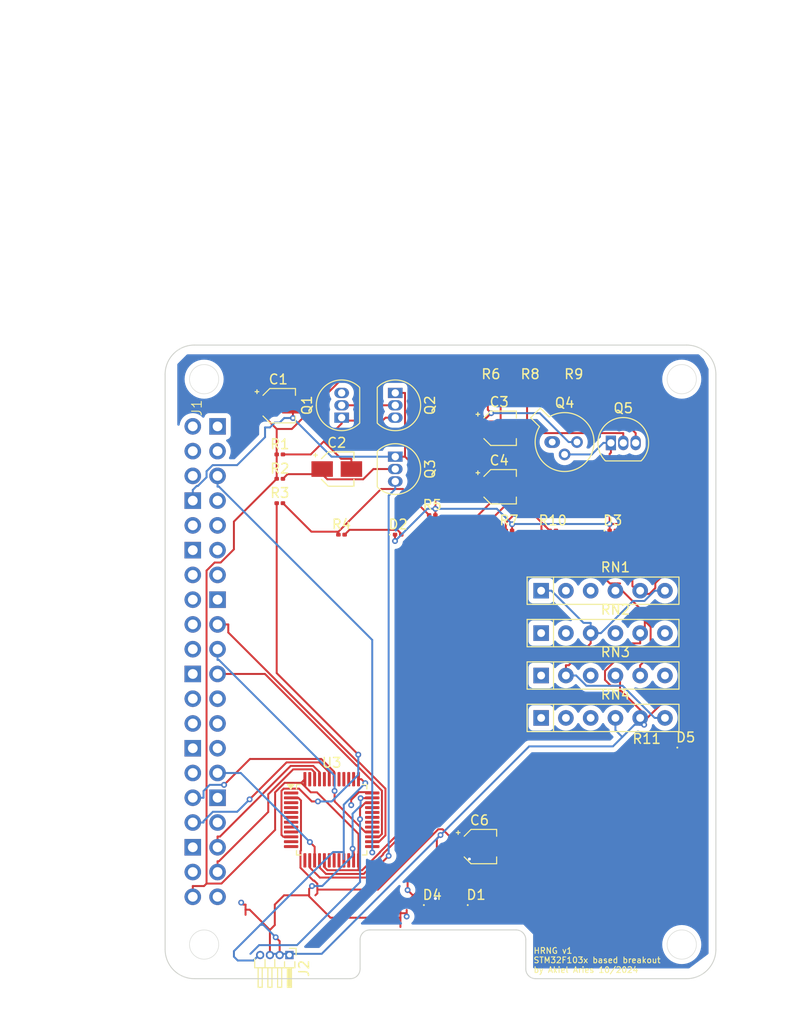
<source format=kicad_pcb>
(kicad_pcb (version 20240108) (generator "pcbnew") (generator_version "8.0")
  (layers (0 "F.Cu" signal) (31 "B.Cu" signal) (34 "B.Paste" user) (35 "F.Paste" user) (36 "B.SilkS" user "B.Silkscreen") (37 "F.SilkS" user "F.Silkscreen") (38 "B.Mask" user) (39 "F.Mask" user) (44 "Edge.Cuts" user))
  (net 0 "")
  (net 1 "Net-(Q3-B)")
  (net 2 "Net-(Q1-E)")
  (net 3 "Net-(Q5-B)")
  (net 4 "Net-(Q4-C)")
  (net 5 "WN OUT")
  (net 6 "Net-(Q5-C)")
  (net 7 "Net-(D1-A)")
  (net 8 "Net-(D2-A)")
  (net 9 "Net-(D3-A)")
  (net 11 "Net-(Q1-B)")
  (net 12 "AN LED")
  (net 14 "AN OUT")
  (net 20 "RNG MUX")
  (net 25 "Net-(J1-BCM11_SCLK)")
  (net 26 "STRM SPI(MISO)")
  (net 29 "STRM SPI(MOSI)")
  (net 31 "CS")
  (net 38 "STREAM A")
  (net 42 "INTRPT?")
  (net 47 "STRM I2C(CLK)")
  (net 51 "STRM I2C(DT)")
  (net 78 "5V")
  (net 79 "GND")
  (net 80 "WN LED")
  (net 81 "3v3")
  (net 82 "Net-(D5-A)")
  (net 83 "SWDCLK")
  (net 84 "SWDIO")
  (net 85 "JN LED")
  (net 88 "JN OUT")
  (footprint "Resistor_SMD:R_0201_0603Metric" (layer "F.Cu") (at 151.515 74.27)
    (property "Reference" "R2")
    (property "Value" "1m")
  )
  (footprint "LED_SMD:LED_0201_0603Metric" (layer "F.Cu") (at 163.655 80)
    (property "Reference" "D2")
    (property "Value" "CLEAR(TX)")
  )
  (footprint "Resistor_THT:R_Array_SIP6" (layer "F.Cu") (at 178.325 90.1)
    (property "Reference" "RN2")
    (property "Value" "930")
  )
  (footprint "Resistor_SMD:R_0201_0603Metric" (layer "F.Cu") (at 151.515 71.77)
    (property "Reference" "R1")
    (property "Value" "4.7k")
  )
  (footprint "Resistor_THT:R_Array_SIP6" (layer "F.Cu") (at 178.325 94.45)
    (property "Reference" "RN3")
    (property "Value" "930")
  )
  (footprint "Connector_PinHeader_1.00mm:PinHeader_1x04_P1.00mm_Horizontal" (layer "F.Cu") (at 152.5 123.125 -90)
    (property "Reference" "J2")
    (property "Value" "Conn_01x04_MountingPin")
  )
  (footprint "Capacitor_SMD:CP_Elec_3x5.3" (layer "F.Cu") (at 172 112)
    (property "Reference" "C6")
    (property "Value" "2.2uF")
  )
  (footprint "LED_SMD:LED_0201_0603Metric" (layer "F.Cu") (at 193.155 101.845)
    (property "Reference" "D5")
    (property "Value" "CLEAR(TX)")
  )
  (footprint "Capacitor_SMD:CP_Elec_3x5.3" (layer "F.Cu") (at 174.021 75.0868)
    (property "Reference" "C4")
    (property "Value" "2.2uF")
  )
  (footprint "Package_TO_SOT_THT:TO-92_Inline" (layer "F.Cu") (at 163.36 65.46 -90)
    (property "Reference" "Q2")
    (property "Value" "2N3904")
  )
  (footprint "LED_SMD:LED_0201_0603Metric" (layer "F.Cu") (at 185.671 79.5868)
    (property "Reference" "D3")
    (property "Value" "CLEAR(TX)")
  )
  (footprint "Package_TO_SOT_THT:TO-92_Inline" (layer "F.Cu") (at 185.481 70.5868)
    (property "Reference" "Q5")
    (property "Value" "2N3904")
  )
  (footprint "Resistor_SMD:R_0201_0603Metric" (layer "F.Cu") (at 179.521 79.5868)
    (property "Reference" "R10")
    (property "Value" "110")
  )
  (footprint "Resistor_SMD:R_0201_0603Metric" (layer "F.Cu") (at 181.676 64.5868)
    (property "Reference" "R9")
    (property "Value" "4.7k")
  )
  (footprint "Package_QFP:LQFP-48_7x7mm_P0.5mm" (layer "F.Cu") (at 156.8375 109.25)
    (property "Reference" "U3")
    (property "Value" "STM32F103C8Tx")
  )
  (footprint "Package_TO_SOT_THT:TO-92_Inline" (layer "F.Cu") (at 163.36 72 -90)
    (property "Reference" "Q3")
    (property "Value" "2N3904")
  )
  (footprint "Resistor_THT:R_Array_SIP6" (layer "F.Cu") (at 178.325 98.8)
    (property "Reference" "RN4")
    (property "Value" "930")
  )
  (footprint "LED_SMD:LED_0201_0603Metric" (layer "F.Cu") (at 171.655 118)
    (property "Reference" "D1")
    (property "Value" "BLU (FW ON)")
  )
  (footprint "Resistor_SMD:R_0201_0603Metric" (layer "F.Cu") (at 157.845 80)
    (property "Reference" "R4")
    (property "Value" "110")
  )
  (footprint "RPI_Hat:RPI_Hat_B+" (layer "F.Cu") (at 143.75 93.05 90)
    (property "Reference" "J1")
    (property "Value" "RPi_GPIO")
    (fp_line (start -29.5 -4) (end 29.5 -4) (stroke (width 0.1)) (layer "Edge.Cuts"))
    (fp_line (start 32.5 -1) (end 32.5 49.5) (stroke (width 0.1)) (layer "Edge.Cuts"))
    (fp_line (start -32.5 -1) (end -32.5 15) (stroke (width 0.1)) (layer "Edge.Cuts"))
    (fp_line (start -31.5 16) (end -28.5 16) (stroke (width 0.1)) (layer "Edge.Cuts"))
    (fp_line (start -27.5 17) (end -27.5 32) (stroke (width 0.1)) (layer "Edge.Cuts"))
    (fp_line (start -31.5 33) (end -28.5 33) (stroke (width 0.1)) (layer "Edge.Cuts"))
    (fp_line (start -32.5 34) (end -32.5 49.5) (stroke (width 0.1)) (layer "Edge.Cuts"))
    (fp_line (start -29.5 52.5) (end 29.5 52.5) (stroke (width 0.1)) (layer "Edge.Cuts"))
    (fp_arc (start 29.5 -4) (mid 31.62132 -3.12132) (end 32.5 -1) (stroke (width 0.1)) (layer "Edge.Cuts"))
    (fp_arc (start -32.5 -1) (mid -31.62132 -3.12132) (end -29.5 -4) (stroke (width 0.1)) (layer "Edge.Cuts"))
    (fp_arc (start -28.5 16) (mid -27.792893 16.292893) (end -27.5 17) (stroke (width 0.1)) (layer "Edge.Cuts"))
    (fp_arc (start -31.5 16) (mid -32.207107 15.707107) (end -32.5 15) (stroke (width 0.1)) (layer "Edge.Cuts"))
    (fp_arc (start -27.5 32) (mid -27.792893 32.707107) (end -28.5 33) (stroke (width 0.1)) (layer "Edge.Cuts"))
    (fp_arc (start -32.5 34) (mid -32.207107 33.292893) (end -31.5 33) (stroke (width 0.1)) (layer "Edge.Cuts"))
    (fp_arc (start 32.5 49.5) (mid 31.62132 51.62132) (end 29.5 52.5) (stroke (width 0.1)) (layer "Edge.Cuts"))
    (fp_arc (start -29.5 52.5) (mid -31.62132 51.62132) (end -32.5 49.5) (stroke (width 0.1)) (layer "Edge.Cuts"))
    (fp_circle (center 29 0) (end 30.500001 -0.000001) (stroke (width 0.05)) (fill none) (layer "Edge.Cuts"))
    (fp_circle (center -29 0) (end -30.500001 -0.000001) (stroke (width 0.05)) (fill none) (layer "Edge.Cuts"))
    (fp_circle (center 29 49) (end 30.500001 49.000001) (stroke (width 0.05)) (fill none) (layer "Edge.Cuts"))
    (fp_circle (center -29 49) (end -30.500001 49.000001) (stroke (width 0.05)) (fill none) (layer "Edge.Cuts"))
  )
  (footprint "Resistor_SMD:R_0201_0603Metric" (layer "F.Cu") (at 173.176 64.5868)
    (property "Reference" "R6")
    (property "Value" "33k")
  )
  (footprint "Capacitor_SMD:CP_Elec_3x5.3" (layer "F.Cu") (at 151.36 66.77)
    (property "Reference" "C1")
    (property "Value" "10uF")
  )
  (footprint "Resistor_SMD:R_0201_0603Metric" (layer "F.Cu") (at 167.155 78)
    (property "Reference" "R5")
    (property "Value" "4.7k")
  )
  (footprint "Resistor_SMD:R_0201_0603Metric" (layer "F.Cu") (at 151.515 76.77)
    (property "Reference" "R3")
    (property "Value" "10k")
  )
  (footprint "Package_TO_SOT_THT:TO-18-3" (layer "F.Cu") (at 179.46 70.5)
    (property "Reference" "Q4")
    (property "Value" "BC107")
  )
  (footprint "Package_TO_SOT_THT:TO-92_Inline" (layer "F.Cu") (at 157.86 68 90)
    (property "Reference" "Q1")
    (property "Value" "2N3904")
  )
  (footprint "Capacitor_SMD:CP_Elec_3x5.3" (layer "F.Cu") (at 174.021 69.0868)
    (property "Reference" "C3")
    (property "Value" "100nF")
  )
  (footprint "Resistor_SMD:R_0201_0603Metric" (layer "F.Cu") (at 177.201 64.5868)
    (property "Reference" "R8")
    (property "Value" "470k")
  )
  (footprint "LED_SMD:LED_0201_0603Metric" (layer "F.Cu") (at 167.155 118)
    (property "Reference" "D4")
    (property "Value" "GREEN (ON)")
  )
  (footprint "Resistor_SMD:R_0201_0603Metric" (layer "F.Cu") (at 175.021 79.5868)
    (property "Reference" "R7")
    (property "Value" "4.7k")
  )
  (footprint "Capacitor_SMD:CP_Elec_3x5.3" (layer "F.Cu") (at 157.36 73.27)
    (property "Reference" "C2")
    (property "Value" "0.1uF")
  )
  (footprint "Resistor_SMD:R_0201_0603Metric" (layer "F.Cu") (at 189.155 102)
    (property "Reference" "R11")
    (property "Value" "110")
  )
  (footprint "Resistor_THT:R_Array_SIP6" (layer "F.Cu") (at 178.325 85.75)
    (property "Reference" "RN1")
    (property "Value" "930")
  )
  (gr_text "HRNG v1 \nSTM32F103x based breakout\n" (at 177.5 124 0) (layer "F.SilkS") (effects (font (size 0.6 0.6) (thickness 0.1)) (justify left bottom)))
  (gr_text "by Akiel Aries 10/2024" (at 177.5 125 0) (layer "F.SilkS") (effects (font (size 0.6 0.6) (thickness 0.1)) (justify left bottom)))
  (segment (start 161.116 73.27) (end 160.064 74.3217) (width 0.2) (layer "F.Cu") (net 1))
  (segment (start 163.36 73.27) (end 161.116 73.27) (width 0.2) (layer "F.Cu") (net 1))
  (segment (start 155.86 73.7958) (end 152.309 73.7958) (width 0.2) (layer "F.Cu") (net 1))
  (segment (start 160.064 74.3217) (end 156.386 74.3217) (width 0.2) (layer "F.Cu") (net 1))
  (segment (start 152.309 73.7958) (end 151.835 74.27) (width 0.2) (layer "F.Cu") (net 1))
  (segment (start 156.386 74.3217) (end 155.86 73.7958) (width 0.2) (layer "F.Cu") (net 1))
  (segment (start 155.86 73.27) (end 155.86 73.7958) (width 0.2) (layer "F.Cu") (net 1))
  (segment (start 156.025 70.4349) (end 157.808 72.2183) (width 0.2) (layer "F.Cu") (net 2))
  (segment (start 157.86 68.5998) (end 156.025 70.4349) (width 0.2) (layer "F.Cu") (net 2))
  (segment (start 156.025 70.4349) (end 154.69 71.77) (width 0.2) (layer "F.Cu") (net 2))
  (segment (start 162.058 68.2999) (end 157.86 68.2999) (width 0.2) (layer "F.Cu") (net 2))
  (segment (start 157.86 68) (end 157.86 68.2999) (width 0.2) (layer "F.Cu") (net 2))
  (segment (start 163.36 68) (end 162.358 68) (width 0.2) (layer "F.Cu") (net 2))
  (segment (start 157.808 72.2183) (end 158.86 72.2183) (width 0.2) (layer "F.Cu") (net 2))
  (segment (start 162.358 68) (end 162.058 68.2999) (width 0.2) (layer "F.Cu") (net 2))
  (segment (start 154.69 71.77) (end 151.835 71.77) (width 0.2) (layer "F.Cu") (net 2))
  (segment (start 157.86 68.2999) (end 157.86 68.5998) (width 0.2) (layer "F.Cu") (net 2))
  (segment (start 158.86 72.2183) (end 158.86 73.27) (width 0.2) (layer "F.Cu") (net 2))
  (segment (start 176.197 69.0868) (end 176.881 68.4027) (width 0.2) (layer "F.Cu") (net 3))
  (segment (start 176.881 68.4027) (end 176.881 64.5868) (width 0.2) (layer "F.Cu") (net 3))
  (segment (start 186.751 70.5868) (end 186.751 69.5851) (width 0.2) (layer "F.Cu") (net 3))
  (segment (start 178.063 69.5851) (end 176.881 68.4027) (width 0.2) (layer "F.Cu") (net 3))
  (segment (start 186.751 69.5851) (end 178.063 69.5851) (width 0.2) (layer "F.Cu") (net 3))
  (segment (start 175.521 69.0868) (end 176.197 69.0868) (width 0.2) (layer "F.Cu") (net 3))
  (segment (start 172.856 67.192) (end 172.856 64.5868) (width 0.2) (layer "F.Cu") (net 4))
  (segment (start 173.199 67.5352) (end 172.856 67.192) (width 0.2) (layer "F.Cu") (net 4))
  (segment (start 172.699 68.0351) (end 172.521 68.0351) (width 0.2) (layer "F.Cu") (net 4))
  (segment (start 173.199 67.5352) (end 172.699 68.0351) (width 0.2) (layer "F.Cu") (net 4))
  (segment (start 172.521 68.0351) (end 172.521 69.0868) (width 0.2) (layer "F.Cu") (net 4))
  (via (at 173.199 67.5352) (size 0.6) (drill 0.3) (layers "F.Cu" "B.Cu") (net 4))
  (segment (start 178.184 67.5352) (end 173.199 67.5352) (width 0.2) (layer "B.Cu") (net 4))
  (segment (start 182 70.5) (end 181.148 70.5) (width 0.2) (layer "B.Cu") (net 4))
  (segment (start 181.148 70.5) (end 178.184 67.5352) (width 0.2) (layer "B.Cu") (net 4))
  (segment (start 155.588 113.446) (end 155.588 113.435) (width 0.2) (layer "F.Cu") (net 5))
  (segment (start 162.128 112.722) (end 162.128 112.798) (width 0.2) (layer "F.Cu") (net 5))
  (segment (start 155.588 113.458) (end 155.588 113.446) (width 0.2) (layer "F.Cu") (net 5))
  (segment (start 155.588 113.421) (end 155.5875 113.4205) (width 0.2) (layer "F.Cu") (net 5))
  (segment (start 155.588 113.43) (end 155.588 113.429) (width 0.2) (layer "F.Cu") (net 5))
  (segment (start 155.588 113.435) (end 155.588 113.43) (width 0.2) (layer "F.Cu") (net 5))
  (segment (start 155.588 113.549) (end 155.588 113.504) (width 0.2) (layer "F.Cu") (net 5))
  (segment (start 155.588 113.686) (end 155.588 113.595) (width 0.2) (layer "F.Cu") (net 5))
  (segment (start 155.588 113.961) (end 155.588 113.778) (width 0.2) (layer "F.Cu") (net 5))
  (segment (start 155.588 113.504) (end 155.588 113.481) (width 0.2) (layer "F.Cu") (net 5))
  (segment (start 155.588 113.429) (end 155.588 113.424) (width 0.2) (layer "F.Cu") (net 5))
  (segment (start 160.122 114.804) (end 156.248 114.804) (width 0.2) (layer "F.Cu") (net 5))
  (segment (start 162.128 112.798) (end 160.122 114.804) (width 0.2) (layer "F.Cu") (net 5))
  (segment (start 156.248 114.804) (end 155.588 114.144) (width 0.2) (layer "F.Cu") (net 5))
  (segment (start 155.588 113.48) (end 155.588 113.458) (width 0.2) (layer "F.Cu") (net 5))
  (segment (start 173.582 78.077) (end 173.582 101.268) (width 0.2) (layer "F.Cu") (net 5))
  (segment (start 155.588 113.481) (end 155.588 113.48) (width 0.2) (layer "F.Cu") (net 5))
  (segment (start 175.521 76.1385) (end 173.582 78.077) (width 0.2) (layer "F.Cu") (net 5))
  (segment (start 155.588 114.144) (end 155.588 113.961) (width 0.2) (layer "F.Cu") (net 5))
  (segment (start 155.588 113.429) (end 155.588 113.424) (width 0.2) (layer "F.Cu") (net 5))
  (segment (start 155.588 113.424) (end 155.588 113.421) (width 0.2) (layer "F.Cu") (net 5))
  (segment (start 175.521 75.0868) (end 175.521 76.1385) (width 0.2) (layer "F.Cu") (net 5))
  (segment (start 155.588 113.55) (end 155.588 113.549) (width 0.2) (layer "F.Cu") (net 5))
  (segment (start 155.588 113.686) (end 155.588 113.595) (width 0.2) (layer "F.Cu") (net 5))
  (segment (start 155.588 113.549) (end 155.588 113.504) (width 0.2) (layer "F.Cu") (net 5))
  (segment (start 155.588 113.961) (end 155.588 113.778) (width 0.2) (layer "F.Cu") (net 5))
  (segment (start 155.588 113.55) (end 155.588 113.549) (width 0.2) (layer "F.Cu") (net 5))
  (segment (start 155.588 113.421) (end 155.588 113.418) (width 0.2) (layer "F.Cu") (net 5))
  (segment (start 155.588 113.481) (end 155.588 113.48) (width 0.2) (layer "F.Cu") (net 5))
  (segment (start 173.582 101.268) (end 162.128 112.722) (width 0.2) (layer "F.Cu") (net 5))
  (segment (start 155.588 113.48) (end 155.588 113.458) (width 0.2) (layer "F.Cu") (net 5))
  (segment (start 155.588 113.43) (end 155.588 113.429) (width 0.2) (layer "F.Cu") (net 5))
  (segment (start 155.5875 113.4205) (end 155.5875 113.4125) (width 0.2) (layer "F.Cu") (net 5))
  (segment (start 155.588 113.778) (end 155.588 113.686) (width 0.2) (layer "F.Cu") (net 5))
  (segment (start 155.588 113.446) (end 155.588 113.435) (width 0.2) (layer "F.Cu") (net 5))
  (segment (start 155.588 113.595) (end 155.588 113.55) (width 0.2) (layer "F.Cu") (net 5))
  (segment (start 176.59 64.1319) (end 177.214 64.1319) (width 0.2) (layer "F.Cu") (net 6))
  (segment (start 174.169 72.3868) (end 174.169 66.553) (width 0.2) (layer "F.Cu") (net 6))
  (segment (start 182.573 65.9055) (end 181.356 64.6883) (width 0.2) (layer "F.Cu") (net 6))
  (segment (start 181.356 64.5868) (end 177.521 64.5868) (width 0.2) (layer "F.Cu") (net 6))
  (segment (start 184.341 65.9055) (end 182.573 65.9055) (width 0.2) (layer "F.Cu") (net 6))
  (segment (start 177.521 64.4385) (end 177.521 64.5868) (width 0.2) (layer "F.Cu") (net 6))
  (segment (start 188.021 69.5851) (end 184.341 65.9055) (width 0.2) (layer "F.Cu") (net 6))
  (segment (start 174.169 66.553) (end 176.59 64.1319) (width 0.2) (layer "F.Cu") (net 6))
  (segment (start 188.021 70.5868) (end 188.021 69.5851) (width 0.2) (layer "F.Cu") (net 6))
  (segment (start 177.214 64.1319) (end 177.521 64.4385) (width 0.2) (layer "F.Cu") (net 6))
  (segment (start 181.356 64.6883) (end 181.356 64.5868) (width 0.2) (layer "F.Cu") (net 6))
  (segment (start 172.521 75.0868) (end 172.521 74.0351) (width 0.2) (layer "F.Cu") (net 6))
  (segment (start 172.521 74.0351) (end 174.169 72.3868) (width 0.2) (layer "F.Cu") (net 6))
  (segment (start 155.165 117) (end 155.37 116.795) (width 0.2) (layer "F.Cu") (net 7))
  (segment (start 153.634 112.454) (end 153.687 112.4) (width 0.2) (layer "F.Cu") (net 7))
  (segment (start 153.687 112.4) (end 153.687 107.271) (width 0.2) (layer "F.Cu") (net 7))
  (segment (start 155.047 115.495) (end 154.96 115.495) (width 0.2) (layer "F.Cu") (net 7))
  (segment (start 153.416 107) (end 152.675 107) (width 0.2) (layer "F.Cu") (net 7))
  (segment (start 155.37 115.818) (end 155.047 115.495) (width 0.2) (layer "F.Cu") (net 7))
  (segment (start 155.37 116.4102) (end 161.5824 116.4102) (width 0.2) (layer "F.Cu") (net 7))
  (segment (start 171.975 116.2775) (end 171.975 118) (width 0.2) (layer "F.Cu") (net 7))
  (segment (start 155.37 116.795) (end 155.37 116.4102) (width 0.2) (layer "F.Cu") (net 7))
  (segment (start 168.9253 113.2278) (end 171.975 116.2775) (width 0.2) (layer "F.Cu") (net 7))
  (segment (start 168.9253 110.9402) (end 168.9253 113.2278) (width 0.2) (layer "F.Cu") (net 7))
  (segment (start 154.96 115.495) (end 153.634 114.169) (width 0.2) (layer "F.Cu") (net 7))
  (segment (start 161.5824 116.4102) (end 167.7727 110.2199) (width 0.2) (layer "F.Cu") (net 7))
  (segment (start 155.37 116.4102) (end 155.37 115.818) (width 0.2) (layer "F.Cu") (net 7))
  (segment (start 153.634 114.169) (end 153.634 112.454) (width 0.2) (layer "F.Cu") (net 7))
  (segment (start 167.7727 110.2199) (end 168.205 110.2199) (width 0.2) (layer "F.Cu") (net 7))
  (segment (start 153.687 107.271) (end 153.416 107) (width 0.2) (layer "F.Cu") (net 7))
  (segment (start 168.205 110.2199) (end 168.9253 110.9402) (width 0.2) (layer "F.Cu") (net 7))
  (segment (start 158.66 79.505) (end 163.573 79.505) (width 0.2) (layer "F.Cu") (net 8))
  (segment (start 163.573 79.505) (end 163.975 79.9072) (width 0.2) (layer "F.Cu") (net 8))
  (segment (start 158.165 80) (end 158.66 79.505) (width 0.2) (layer "F.Cu") (net 8))
  (segment (start 163.975 79.9072) (end 163.975 80) (width 0.2) (layer "F.Cu") (net 8))
  (segment (start 185.991 79.7102) (end 185.638 80.063) (width 0.2) (layer "F.Cu") (net 9))
  (segment (start 180.317 80.063) (end 179.841 79.5868) (width 0.2) (layer "F.Cu") (net 9))
  (segment (start 185.991 79.5868) (end 185.991 79.7102) (width 0.2) (layer "F.Cu") (net 9))
  (segment (start 185.638 80.063) (end 180.317 80.063) (width 0.2) (layer "F.Cu") (net 9))
  (segment (start 157.86 66.73) (end 163.36 66.73) (width 0.2) (layer "F.Cu") (net 11))
  (segment (start 154.588 113.964) (end 154.588 113.78) (width 0.2) (layer "F.Cu") (net 12))
  (segment (start 154.588 113.78) (end 154.588 113.688) (width 0.2) (layer "F.Cu") (net 12))
  (segment (start 162.68 112.95) (end 160.455 115.176) (width 0.2) (layer "F.Cu") (net 12))
  (segment (start 154.588 113.446) (end 154.588 113.435) (width 0.2) (layer "F.Cu") (net 12))
  (segment (start 154.588 113.424) (end 154.588 113.412) (width 0.2) (layer "F.Cu") (net 12))
  (segment (start 154.588 113.458) (end 154.588 113.446) (width 0.2) (layer "F.Cu") (net 12))
  (segment (start 154.588 113.43) (end 154.588 113.429) (width 0.2) (layer "F.Cu") (net 12))
  (segment (start 154.588 113.688) (end 154.588 113.596) (width 0.2) (layer "F.Cu") (net 12))
  (segment (start 164.152 75.3167) (end 166.835 78) (width 0.2) (layer "F.Cu") (net 12))
  (segment (start 157.525 79.6953) (end 161.904 75.3167) (width 0.2) (layer "F.Cu") (net 12))
  (segment (start 160.455 115.176) (end 155.614 115.176) (width 0.2) (layer "F.Cu") (net 12))
  (segment (start 154.588 113.964) (end 154.588 113.78) (width 0.2) (layer "F.Cu") (net 12))
  (segment (start 154.588 113.596) (end 154.588 113.55) (width 0.2) (layer "F.Cu") (net 12))
  (segment (start 154.588 113.446) (end 154.588 113.435) (width 0.2) (layer "F.Cu") (net 12))
  (segment (start 154.588 113.43) (end 154.588 113.429) (width 0.2) (layer "F.Cu") (net 12))
  (segment (start 154.76 79.6953) (end 151.835 76.77) (width 0.2) (layer "F.Cu") (net 12))
  (segment (start 157.525 79.6953) (end 154.76 79.6953) (width 0.2) (layer "F.Cu") (net 12))
  (segment (start 154.588 113.429) (end 154.588 113.424) (width 0.2) (layer "F.Cu") (net 12))
  (segment (start 154.588 113.48) (end 154.588 113.458) (width 0.2) (layer "F.Cu") (net 12))
  (segment (start 161.904 75.3167) (end 163.36 75.3167) (width 0.2) (layer "F.Cu") (net 12))
  (segment (start 154.588 113.435) (end 154.588 113.43) (width 0.2) (layer "F.Cu") (net 12))
  (segment (start 157.525 80) (end 157.525 79.6953) (width 0.2) (layer "F.Cu") (net 12))
  (segment (start 154.588 113.55) (end 154.588 113.504) (width 0.2) (layer "F.Cu") (net 12))
  (segment (start 154.588 113.504) (end 154.588 113.481) (width 0.2) (layer "F.Cu") (net 12))
  (segment (start 154.588 113.481) (end 154.588 113.48) (width 0.2) (layer "F.Cu") (net 12))
  (segment (start 155.614 115.176) (end 154.588 114.149) (width 0.2) (layer "F.Cu") (net 12))
  (segment (start 163.36 74.54) (end 163.36 75.3167) (width 0.2) (layer "F.Cu") (net 12))
  (segment (start 154.588 113.429) (end 154.588 113.424) (width 0.2) (layer "F.Cu") (net 12))
  (segment (start 154.588 113.688) (end 154.588 113.596) (width 0.2) (layer "F.Cu") (net 12))
  (segment (start 154.588 113.48) (end 154.588 113.458) (width 0.2) (layer "F.Cu") (net 12))
  (segment (start 154.588 113.481) (end 154.588 113.48) (width 0.2) (layer "F.Cu") (net 12))
  (segment (start 154.588 113.55) (end 154.588 113.504) (width 0.2) (layer "F.Cu") (net 12))
  (segment (start 154.588 114.149) (end 154.588 113.964) (width 0.2) (layer "F.Cu") (net 12))
  (segment (start 163.36 75.3167) (end 164.152 75.3167) (width 0.2) (layer "F.Cu") (net 12))
  (via (at 162.68 112.95) (size 0.6) (drill 0.3) (layers "F.Cu" "B.Cu") (net 12))
  (segment (start 162.68 112.95) (end 162.68 75.9969) (width 0.2) (layer "B.Cu") (net 12))
  (segment (start 162.68 75.9969) (end 163.36 75.3167) (width 0.2) (layer "B.Cu") (net 12))
  (segment (start 163.36 75.3167) (end 163.36 74.54) (width 0.2) (layer "B.Cu") (net 12))
  (segment (start 151.686 110.802) (end 151.686 106.282) (width 0.2) (layer "F.Cu") (net 14))
  (segment (start 152.675 111) (end 151.883 111) (width 0.2) (layer "F.Cu") (net 14))
  (segment (start 151.883 111) (end 151.686 110.802) (width 0.2) (layer "F.Cu") (net 14))
  (segment (start 151.195 94.1978) (end 159.567 102.57) (width 0.2) (layer "F.Cu") (net 14))
  (segment (start 151.195 76.77) (end 151.195 94.1978) (width 0.2) (layer "F.Cu") (net 14))
  (segment (start 153.482 106.056) (end 154.795 107.368) (width 0.2) (layer "F.Cu") (net 14))
  (segment (start 151.686 106.282) (end 151.912 106.056) (width 0.2) (layer "F.Cu") (net 14))
  (segment (start 151.912 106.056) (end 153.482 106.056) (width 0.2) (layer "F.Cu") (net 14))
  (segment (start 154.795 107.368) (end 155.427 107.368) (width 0.2) (layer "F.Cu") (net 14))
  (via (at 159.567 102.57) (size 0.6) (drill 0.3) (layers "F.Cu" "B.Cu") (net 14))
  (via (at 155.427 107.368) (size 0.6) (drill 0.3) (layers "F.Cu" "B.Cu") (net 14))
  (segment (start 156.839 107.368) (end 159.567 104.64) (width 0.2) (layer "B.Cu") (net 14))
  (segment (start 159.567 104.64) (end 159.567 102.57) (width 0.2) (layer "B.Cu") (net 14))
  (segment (start 155.427 107.368) (end 156.839 107.368) (width 0.2) (layer "B.Cu") (net 14))
  (segment (start 155.088 112.371) (end 155.088 112.718) (width 0.2) (layer "F.Cu") (net 20))
  (segment (start 155.088 112.718) (end 155.088 112.892) (width 0.2) (layer "F.Cu") (net 20))
  (segment (start 155.088 113.152) (end 155.088 113.238) (width 0.2) (layer "F.Cu") (net 20))
  (segment (start 155.088 112.371) (end 155.088 112.718) (width 0.2) (layer "F.Cu") (net 20))
  (segment (start 155.088 113.152) (end 155.088 113.238) (width 0.2) (layer "F.Cu") (net 20))
  (segment (start 155.088 113.368) (end 155.088 113.379) (width 0.2) (layer "F.Cu") (net 20))
  (segment (start 155.088 113.39) (end 155.088 113.412) (width 0.2) (layer "F.Cu") (net 20))
  (segment (start 155.088 112.892) (end 155.088 113.065) (width 0.2) (layer "F.Cu") (net 20))
  (segment (start 155.088 112.024) (end 155.088 112.371) (width 0.2) (layer "F.Cu") (net 20))
  (segment (start 155.088 113.282) (end 155.088 113.325) (width 0.2) (layer "F.Cu") (net 20))
  (segment (start 155.088 113.238) (end 155.088 113.282) (width 0.2) (layer "F.Cu") (net 20))
  (segment (start 155.088 113.282) (end 155.088 113.325) (width 0.2) (layer "F.Cu") (net 20))
  (segment (start 155.088 113.346) (end 155.088 113.368) (width 0.2) (layer "F.Cu") (net 20))
  (segment (start 155.088 112.892) (end 155.088 113.065) (width 0.2) (layer "F.Cu") (net 20))
  (segment (start 155.088 113.379) (end 155.088 113.38) (width 0.2) (layer "F.Cu") (net 20))
  (segment (start 155.088 113.325) (end 155.088 113.346) (width 0.2) (layer "F.Cu") (net 20))
  (segment (start 155.088 113.379) (end 155.088 113.38) (width 0.2) (layer "F.Cu") (net 20))
  (segment (start 155.088 113.38) (end 155.088 113.39) (width 0.2) (layer "F.Cu") (net 20))
  (segment (start 155.088 113.065) (end 155.088 113.152) (width 0.2) (layer "F.Cu") (net 20))
  (segment (start 155.088 113.38) (end 155.088 113.39) (width 0.2) (layer "F.Cu") (net 20))
  (segment (start 154.6 111.537) (end 155.088 112.024) (width 0.2) (layer "F.Cu") (net 20))
  (segment (start 155.088 113.346) (end 155.088 113.368) (width 0.2) (layer "F.Cu") (net 20))
  (via (at 154.6 111.537) (size 0.6) (drill 0.3) (layers "F.Cu" "B.Cu") (net 20))
  (segment (start 147.513 104.45) (end 154.6 111.537) (width 0.2) (layer "B.Cu") (net 20))
  (segment (start 145.128 104.45) (end 147.513 104.45) (width 0.2) (layer "B.Cu") (net 20))
  (segment (start 162.354 110.846) (end 161.7 111.5) (width 0.2) (layer "F.Cu") (net 25))
  (segment (start 159.598 103.304) (end 162.354 106.06) (width 0.2) (layer "F.Cu") (net 25))
  (segment (start 146.23 90.0331) (end 159.5 103.304) (width 0.2) (layer "F.Cu") (net 25))
  (segment (start 146.23 89.21) (end 146.23 90.0331) (width 0.2) (layer "F.Cu") (net 25))
  (segment (start 162.354 106.06) (end 162.354 110.846) (width 0.2) (layer "F.Cu") (net 25))
  (segment (start 159.5 103.304) (end 159.598 103.304) (width 0.2) (layer "F.Cu") (net 25))
  (segment (start 145.128 89.21) (end 146.23 89.21) (width 0.2) (layer "F.Cu") (net 25))
  (segment (start 161.7 111.5) (end 161 111.5) (width 0.2) (layer "F.Cu") (net 25))
  (segment (start 157.134 107.365) (end 157.134 106.292) (width 0.2) (layer "F.Cu") (net 26))
  (segment (start 160.269 110.5) (end 157.134 107.365) (width 0.2) (layer "F.Cu") (net 26))
  (segment (start 161 110.5) (end 160.269 110.5) (width 0.2) (layer "F.Cu") (net 26))
  (via (at 157.134 106.292) (size 0.6) (drill 0.3) (layers "F.Cu" "B.Cu") (net 26))
  (segment (start 145.128 91.75) (end 145.128 92.8517) (width 0.2) (layer "B.Cu") (net 26))
  (segment (start 145.266 92.8517) (end 157.134 104.72) (width 0.2) (layer "B.Cu") (net 26))
  (segment (start 145.128 92.8517) (end 145.266 92.8517) (width 0.2) (layer "B.Cu") (net 26))
  (segment (start 157.134 104.72) (end 157.134 106.292) (width 0.2) (layer "B.Cu") (net 26))
  (segment (start 161.7 111) (end 161 111) (width 0.2) (layer "F.Cu") (net 29))
  (segment (start 149.989 94.29) (end 159.355 103.655) (width 0.2) (layer "F.Cu") (net 29))
  (segment (start 161.991 106.27) (end 161.991 110.708) (width 0.2) (layer "F.Cu") (net 29))
  (segment (start 159.355 103.655) (end 159.377 103.655) (width 0.2) (layer "F.Cu") (net 29))
  (segment (start 159.377 103.655) (end 161.991 106.27) (width 0.2) (layer "F.Cu") (net 29))
  (segment (start 161.991 110.708) (end 161.7 111) (width 0.2) (layer "F.Cu") (net 29))
  (segment (start 145.128 94.29) (end 149.989 94.29) (width 0.2) (layer "F.Cu") (net 29))
  (segment (start 161 112) (end 161 112.601) (width 0.2) (layer "F.Cu") (net 31))
  (segment (start 161 112.601) (end 160.999 112.602) (width 0.2) (layer "F.Cu") (net 31))
  (via (at 160.999 112.602) (size 0.6) (drill 0.3) (layers "F.Cu" "B.Cu") (net 31))
  (segment (start 145.266 75.0717) (end 160.999 90.8051) (width 0.2) (layer "B.Cu") (net 31))
  (segment (start 160.999 90.8051) (end 160.999 112.602) (width 0.2) (layer "B.Cu") (net 31))
  (segment (start 145.128 75.0717) (end 145.266 75.0717) (width 0.2) (layer "B.Cu") (net 31))
  (segment (start 145.128 73.97) (end 145.128 75.0717) (width 0.2) (layer "B.Cu") (net 31))
  (segment (start 157.088 104.329) (end 157.088 104.518) (width 0.2) (layer "F.Cu") (net 38))
  (segment (start 157.088 104.708) (end 157.088 104.803) (width 0.2) (layer "F.Cu") (net 38))
  (segment (start 145.798 105.667) (end 148.453 103.013) (width 0.2) (layer "F.Cu") (net 38))
  (segment (start 157.0875 105.0795) (end 157.0875 105.0875) (width 0.2) (layer "F.Cu") (net 38))
  (segment (start 157.088 105.052) (end 157.088 105.064) (width 0.2) (layer "F.Cu") (net 38))
  (segment (start 157.088 105.07) (end 157.088 105.076) (width 0.2) (layer "F.Cu") (net 38))
  (segment (start 157.088 105.016) (end 157.088 105.04) (width 0.2) (layer "F.Cu") (net 38))
  (segment (start 157.088 104.946) (end 157.088 104.993) (width 0.2) (layer "F.Cu") (net 38))
  (segment (start 157.088 104.518) (end 157.088 104.708) (width 0.2) (layer "F.Cu") (net 38))
  (segment (start 157.088 105.04) (end 157.088 105.052) (width 0.2) (layer "F.Cu") (net 38))
  (segment (start 157.088 104.993) (end 157.088 105.016) (width 0.2) (layer "F.Cu") (net 38))
  (segment (start 148.453 103.013) (end 155.771 103.013) (width 0.2) (layer "F.Cu") (net 38))
  (segment (start 157.088 104.946) (end 157.088 104.993) (width 0.2) (layer "F.Cu") (net 38))
  (segment (start 157.088 105.076) (end 157.088 105.079) (width 0.2) (layer "F.Cu") (net 38))
  (segment (start 157.088 105.079) (end 157.088 105.082) (width 0.2) (layer "F.Cu") (net 38))
  (segment (start 157.088 105.052) (end 157.088 105.064) (width 0.2) (layer "F.Cu") (net 38))
  (segment (start 157.088 105.016) (end 157.088 105.04) (width 0.2) (layer "F.Cu") (net 38))
  (segment (start 157.088 104.803) (end 157.088 104.898) (width 0.2) (layer "F.Cu") (net 38))
  (segment (start 157.088 104.898) (end 157.088 104.946) (width 0.2) (layer "F.Cu") (net 38))
  (segment (start 157.088 104.803) (end 157.088 104.898) (width 0.2) (layer "F.Cu") (net 38))
  (segment (start 157.088 104.518) (end 157.088 104.708) (width 0.2) (layer "F.Cu") (net 38))
  (segment (start 157.088 105.064) (end 157.088 105.07) (width 0.2) (layer "F.Cu") (net 38))
  (segment (start 157.088 105.079) (end 157.0875 105.0795) (width 0.2) (layer "F.Cu") (net 38))
  (segment (start 157.088 105.07) (end 157.088 105.076) (width 0.2) (layer "F.Cu") (net 38))
  (segment (start 155.771 103.013) (end 157.088 104.329) (width 0.2) (layer "F.Cu") (net 38))
  (via (at 145.798 105.667) (size 0.6) (drill 0.3) (layers "F.Cu" "B.Cu") (net 38))
  (segment (start 143.69 106.301) (end 144.324 105.667) (width 0.2) (layer "B.Cu") (net 38))
  (segment (start 143.69 106.99) (end 143.69 106.301) (width 0.2) (layer "B.Cu") (net 38))
  (segment (start 144.324 105.667) (end 145.798 105.667) (width 0.2) (layer "B.Cu") (net 38))
  (segment (start 142.588 106.99) (end 143.69 106.99) (width 0.2) (layer "B.Cu") (net 38))
  (segment (start 156.588 105) (end 156.588 105.022) (width 0.2) (layer "F.Cu") (net 42))
  (segment (start 156.588 105.072) (end 156.588 105.077) (width 0.2) (layer "F.Cu") (net 42))
  (segment (start 155.57 103.364) (end 156.588 104.382) (width 0.2) (layer "F.Cu") (net 42))
  (segment (start 156.588 104.558) (end 156.588 104.735) (width 0.2) (layer "F.Cu") (net 42))
  (segment (start 156.588 104.558) (end 156.588 104.735) (width 0.2) (layer "F.Cu") (net 42))
  (segment (start 156.5875 105.08) (end 156.5875 105.0875) (width 0.2) (layer "F.Cu") (net 42))
  (segment (start 156.588 105.055) (end 156.588 105.066) (width 0.2) (layer "F.Cu") (net 42))
  (segment (start 156.588 105.022) (end 156.588 105.044) (width 0.2) (layer "F.Cu") (net 42))
  (segment (start 156.588 105.072) (end 156.588 105.077) (width 0.2) (layer "F.Cu") (net 42))
  (segment (start 152.206 103.364) (end 155.57 103.364) (width 0.2) (layer "F.Cu") (net 42))
  (segment (start 156.588 105.044) (end 156.588 105.055) (width 0.2) (layer "F.Cu") (net 42))
  (segment (start 156.588 104.735) (end 156.588 104.824) (width 0.2) (layer "F.Cu") (net 42))
  (segment (start 156.588 104.824) (end 156.588 104.912) (width 0.2) (layer "F.Cu") (net 42))
  (segment (start 156.588 105.066) (end 156.588 105.072) (width 0.2) (layer "F.Cu") (net 42))
  (segment (start 156.588 105.0795) (end 156.5875 105.08) (width 0.2) (layer "F.Cu") (net 42))
  (segment (start 156.588 105.022) (end 156.588 105.044) (width 0.2) (layer "F.Cu") (net 42))
  (segment (start 156.588 104.956) (end 156.588 105) (width 0.2) (layer "F.Cu") (net 42))
  (segment (start 148.416 107.155) (end 152.206 103.364) (width 0.2) (layer "F.Cu") (net 42))
  (segment (start 156.588 105.055) (end 156.588 105.066) (width 0.2) (layer "F.Cu") (net 42))
  (segment (start 156.588 104.912) (end 156.588 104.956) (width 0.2) (layer "F.Cu") (net 42))
  (segment (start 156.588 104.956) (end 156.588 105) (width 0.2) (layer "F.Cu") (net 42))
  (segment (start 156.588 105.077) (end 156.588 105.0795) (width 0.2) (layer "F.Cu") (net 42))
  (segment (start 156.588 104.382) (end 156.588 104.558) (width 0.2) (layer "F.Cu") (net 42))
  (segment (start 156.588 104.824) (end 156.588 104.912) (width 0.2) (layer "F.Cu") (net 42))
  (segment (start 156.588 105.0795) (end 156.588 105.082) (width 0.2) (layer "F.Cu") (net 42))
  (via (at 148.416 107.155) (size 0.6) (drill 0.3) (layers "F.Cu" "B.Cu") (net 42))
  (segment (start 143.69 109.53) (end 143.69 109.392) (width 0.2) (layer "B.Cu") (net 42))
  (segment (start 144.654 108.428) (end 147.142 108.428) (width 0.2) (layer "B.Cu") (net 42))
  (segment (start 147.142 108.428) (end 148.416 107.155) (width 0.2) (layer "B.Cu") (net 42))
  (segment (start 143.69 109.392) (end 144.654 108.428) (width 0.2) (layer "B.Cu") (net 42))
  (segment (start 142.588 109.53) (end 143.69 109.53) (width 0.2) (layer "B.Cu") (net 42))
  (segment (start 145.383 110.968) (end 152.631 103.72) (width 0.2) (layer "F.Cu") (net 47))
  (segment (start 155.588 104.548) (end 155.588 104.728) (width 0.2) (layer "F.Cu") (net 47))
  (segment (start 155.588 105.066) (end 155.588 105.072) (width 0.2) (layer "F.Cu") (net 47))
  (segment (start 155.588 104.728) (end 155.588 104.818) (width 0.2) (layer "F.Cu") (net 47))
  (segment (start 155.588 105.0795) (end 155.588 105.082) (width 0.2) (layer "F.Cu") (net 47))
  (segment (start 155.588 105.02) (end 155.588 105.043) (width 0.2) (layer "F.Cu") (net 47))
  (segment (start 155.588 105.02) (end 155.588 105.043) (width 0.2) (layer "F.Cu") (net 47))
  (segment (start 155.5875 105.08) (end 155.5875 105.0875) (width 0.2) (layer "F.Cu") (net 47))
  (segment (start 155.588 105.054) (end 155.588 105.066) (width 0.2) (layer "F.Cu") (net 47))
  (segment (start 155.588 105.0795) (end 155.5875 105.08) (width 0.2) (layer "F.Cu") (net 47))
  (segment (start 155.588 105.072) (end 155.588 105.077) (width 0.2) (layer "F.Cu") (net 47))
  (segment (start 155.588 104.953) (end 155.588 104.998) (width 0.2) (layer "F.Cu") (net 47))
  (segment (start 155.588 105.077) (end 155.588 105.0795) (width 0.2) (layer "F.Cu") (net 47))
  (segment (start 155.588 104.818) (end 155.588 104.908) (width 0.2) (layer "F.Cu") (net 47))
  (segment (start 155.588 105.054) (end 155.588 105.066) (width 0.2) (layer "F.Cu") (net 47))
  (segment (start 145.128 110.968) (end 145.383 110.968) (width 0.2) (layer "F.Cu") (net 47))
  (segment (start 155.588 105.043) (end 155.588 105.054) (width 0.2) (layer "F.Cu") (net 47))
  (segment (start 152.631 103.72) (end 154.94 103.72) (width 0.2) (layer "F.Cu") (net 47))
  (segment (start 155.588 104.998) (end 155.588 105.02) (width 0.2) (layer "F.Cu") (net 47))
  (segment (start 155.588 104.953) (end 155.588 104.998) (width 0.2) (layer "F.Cu") (net 47))
  (segment (start 155.588 104.818) (end 155.588 104.908) (width 0.2) (layer "F.Cu") (net 47))
  (segment (start 155.588 104.908) (end 155.588 104.953) (width 0.2) (layer "F.Cu") (net 47))
  (segment (start 155.588 104.367) (end 155.588 104.548) (width 0.2) (layer "F.Cu") (net 47))
  (segment (start 155.588 104.548) (end 155.588 104.728) (width 0.2) (layer "F.Cu") (net 47))
  (segment (start 145.128 112.07) (end 145.128 110.968) (width 0.2) (layer "F.Cu") (net 47))
  (segment (start 154.94 103.72) (end 155.588 104.367) (width 0.2) (layer "F.Cu") (net 47))
  (segment (start 155.588 105.072) (end 155.588 105.077) (width 0.2) (layer "F.Cu") (net 47))
  (segment (start 155.088 104.826) (end 155.088 104.913) (width 0.2) (layer "F.Cu") (net 51))
  (segment (start 155.088 104.388) (end 155.088 104.826) (width 0.2) (layer "F.Cu") (net 51))
  (segment (start 155.088 105.072) (end 155.088 105.077) (width 0.2) (layer "F.Cu") (net 51))
  (segment (start 155.088 105.077) (end 155.088 105.0795) (width 0.2) (layer "F.Cu") (net 51))
  (segment (start 155.088 105.066) (end 155.088 105.072) (width 0.2) (layer "F.Cu") (net 51))
  (segment (start 155.088 104.913) (end 155.088 104.956) (width 0.2) (layer "F.Cu") (net 51))
  (segment (start 155.088 105.0795) (end 155.0875 105.08) (width 0.2) (layer "F.Cu") (net 51))
  (segment (start 152.891 104.077) (end 154.777 104.077) (width 0.2) (layer "F.Cu") (net 51))
  (segment (start 145.266 113.508) (end 150.331 108.443) (width 0.2) (layer "F.Cu") (net 51))
  (segment (start 155.088 105.072) (end 155.088 105.077) (width 0.2) (layer "F.Cu") (net 51))
  (segment (start 155.088 105.055) (end 155.088 105.066) (width 0.2) (layer "F.Cu") (net 51))
  (segment (start 155.088 105.022) (end 155.088 105.044) (width 0.2) (layer "F.Cu") (net 51))
  (segment (start 150.331 108.443) (end 150.331 106.638) (width 0.2) (layer "F.Cu") (net 51))
  (segment (start 155.088 105.044) (end 155.088 105.055) (width 0.2) (layer "F.Cu") (net 51))
  (segment (start 150.331 106.638) (end 152.891 104.077) (width 0.2) (layer "F.Cu") (net 51))
  (segment (start 155.088 104.956) (end 155.088 105) (width 0.2) (layer "F.Cu") (net 51))
  (segment (start 155.088 105.055) (end 155.088 105.066) (width 0.2) (layer "F.Cu") (net 51))
  (segment (start 145.128 113.508) (end 145.266 113.508) (width 0.2) (layer "F.Cu") (net 51))
  (segment (start 155.088 104.826) (end 155.088 104.913) (width 0.2) (layer "F.Cu") (net 51))
  (segment (start 155.0875 105.08) (end 155.0875 105.0875) (width 0.2) (layer "F.Cu") (net 51))
  (segment (start 145.128 114.61) (end 145.128 113.508) (width 0.2) (layer "F.Cu") (net 51))
  (segment (start 154.777 104.077) (end 155.088 104.388) (width 0.2) (layer "F.Cu") (net 51))
  (segment (start 155.088 105.022) (end 155.088 105.044) (width 0.2) (layer "F.Cu") (net 51))
  (segment (start 155.088 104.956) (end 155.088 105) (width 0.2) (layer "F.Cu") (net 51))
  (segment (start 155.088 105) (end 155.088 105.022) (width 0.2) (layer "F.Cu") (net 51))
  (segment (start 155.088 105.0795) (end 155.088 105.082) (width 0.2) (layer "F.Cu") (net 51))
  (segment (start 156.088 113.544) (end 156.088 113.543) (width 0.2) (layer "F.Cu") (net 78))
  (segment (start 176.892 74.1773) (end 176.719 74.0041) (width 0.2) (layer "F.Cu") (net 78))
  (segment (start 154.0875 105.0875) (end 154.088 105.088) (width 0.2) (layer "F.Cu") (net 78))
  (segment (start 159.588 113.094) (end 159.588 112.775) (width 0.2) (layer "F.Cu") (net 78))
  (segment (start 154.019 105.156) (end 154.042 105.134) (width 0.2) (layer "F.Cu") (net 78))
  (segment (start 156.088 113.456) (end 156.088 113.434) (width 0.2) (layer "F.Cu") (net 78))
  (segment (start 142.588 117.15) (end 142.588 116.048) (width 0.2) (layer "F.Cu") (net 78))
  (segment (start 156.088 113.478) (end 156.088 113.456) (width 0.2) (layer "F.Cu") (net 78))
  (segment (start 153.996 105.18) (end 153.996 105.179) (width 0.2) (layer "F.Cu") (net 78))
  (segment (start 159.588 113.412) (end 159.588 113.094) (width 0.2) (layer "F.Cu") (net 78))
  (segment (start 169.514 104.839) (end 161.776 112.576) (width 0.2) (layer "F.Cu") (net 78))
  (segment (start 159.588 113.538) (end 159.588 113.475) (width 0.2) (layer "F.Cu") (net 78))
  (segment (start 173.873 75.9911) (end 169.514 80.3497) (width 0.2) (layer "F.Cu") (net 78))
  (segment (start 188.96 88.0658) (end 188.96 88.8625) (width 0.2) (layer "F.Cu") (net 78))
  (segment (start 173.496 64.4203) (end 174.151 63.765) (width 0.2) (layer "F.Cu") (net 78))
  (segment (start 144.827 82.86) (end 145.448 82.86) (width 0.2) (layer "F.Cu") (net 78))
  (segment (start 149.86 66.77) (end 149.86 67.8217) (width 0.2) (layer "F.Cu") (net 78))
  (segment (start 159.588 114.426) (end 159.588 113.538) (width 0.2) (layer "F.Cu") (net 78))
  (segment (start 159.588 113.538) (end 159.588 113.475) (width 0.2) (layer "F.Cu") (net 78))
  (segment (start 145.528 115.792) (end 144 115.792) (width 0.2) (layer "F.Cu") (net 78))
  (segment (start 183.481 83.1126) (end 185.368 85) (width 0.2) (layer "F.Cu") (net 78))
  (segment (start 156.088 113.674) (end 156.088 113.587) (width 0.2) (layer "F.Cu") (net 78))
  (segment (start 176.719 74.0041) (end 174.33 74.0041) (width 0.2) (layer "F.Cu") (net 78))
  (segment (start 181.341 63.765) (end 181.996 64.4203) (width 0.2) (layer "F.Cu") (net 78))
  (segment (start 153.903 105.272) (end 153.996 105.18) (width 0.2) (layer "F.Cu") (net 78))
  (segment (start 156.088 113.5) (end 156.088 113.478) (width 0.2) (layer "F.Cu") (net 78))
  (segment (start 151.195 69.1567) (end 152.753 69.1567) (width 0.2) (layer "F.Cu") (net 78))
  (segment (start 151.195 69.1567) (end 151.195 71.77) (width 0.2) (layer "F.Cu") (net 78))
  (segment (start 152.753 69.1567) (end 157.78 64.1291) (width 0.2) (layer "F.Cu") (net 78))
  (segment (start 146.806 81.5022) (end 146.806 78.6588) (width 0.2) (layer "F.Cu") (net 78))
  (segment (start 143.743 116.048) (end 144 115.792) (width 0.2) (layer "F.Cu") (net 78))
  (segment (start 159.588 112.5) (end 159.588 112.775) (width 0.2) (layer "F.Cu") (net 78))
  (segment (start 182.423 82.0576) (end 183.478 83.1126) (width 0.2) (layer "F.Cu") (net 78))
  (segment (start 156.088 113.937) (end 156.088 113.936) (width 0.2) (layer "F.Cu") (net 78))
  (segment (start 154.036 105.139) (end 154.088 105.088) (width 0.2) (layer "F.Cu") (net 78))
  (segment (start 146.806 78.6588) (end 151.195 74.27) (width 0.2) (layer "F.Cu") (net 78))
  (segment (start 178.356 78.7413) (end 179.201 79.5868) (width 0.2) (layer "F.Cu") (net 78))
  (segment (start 174.701 78.7922) (end 176.554 76.9395) (width 0.2) (layer "F.Cu") (net 78))
  (segment (start 186.157 85) (end 185.945 85.212) (width 0.2) (layer "F.Cu") (net 78))
  (segment (start 178.356 78.7413) (end 178.356 79.4823) (width 0.2) (layer "F.Cu") (net 78))
  (segment (start 188.485 94.45) (end 188.485 93.3983) (width 0.2) (layer "F.Cu") (net 78))
  (segment (start 156.088 113.674) (end 156.088 113.587) (width 0.2) (layer "F.Cu") (net 78))
  (segment (start 159.5875 113.4745) (end 159.5875 113.4125) (width 0.2) (layer "F.Cu") (net 78))
  (segment (start 176.554 76.9395) (end 176.892 76.6012) (width 0.2) (layer "F.Cu") (net 78))
  (segment (start 161.776 112.605) (end 159.955 114.426) (width 0.2) (layer "F.Cu") (net 78))
  (segment (start 156.088 113.936) (end 156.088 113.762) (width 0.2) (layer "F.Cu") (net 78))
  (segment (start 159.955 114.426) (end 159.588 114.426) (width 0.2) (layer "F.Cu") (net 78))
  (segment (start 144 115.792) (end 144 83.687) (width 0.2) (layer "F.Cu") (net 78))
  (segment (start 144 83.687) (end 144.827 82.86) (width 0.2) (layer "F.Cu") (net 78))
  (segment (start 159.588 113.475) (end 159.588 113.412) (width 0.2) (layer "F.Cu") (net 78))
  (segment (start 156.088 113.543) (end 156.088 113.5) (width 0.2) (layer "F.Cu") (net 78))
  (segment (start 189.5562 92.3271) (end 188.485 93.3983) (width 0.2) (layer "F.Cu") (net 78))
  (segment (start 159.588 113.094) (end 159.588 113.412) (width 0.2) (layer "F.Cu") (net 78))
  (segment (start 156.088 113.762) (end 156.088 113.674) (width 0.2) (layer "F.Cu") (net 78))
  (segment (start 151.034 106.434) (end 151.034 110.286) (width 0.2) (layer "F.Cu") (net 78))
  (segment (start 156.088 113.587) (end 156.088 113.544) (width 0.2) (layer "F.Cu") (net 78))
  (segment (start 154.694 106.434) (end 155.323 106.434) (width 0.2) (layer "F.Cu") (net 78))
  (segment (start 156.088 113.936) (end 156.088 113.762) (width 0.2) (layer "F.Cu") (net 78))
  (segment (start 188.96 88.8625) (end 189.5562 89.4587) (width 0.2) (layer "F.Cu") (net 78))
  (segment (start 149.86 67.8217) (end 151.195 69.1567) (width 0.2) (layer "F.Cu") (net 78))
  (segment (start 153.996 105.179) (end 154.019 105.156) (width 0.2) (layer "F.Cu") (net 78))
  (segment (start 159.588 114.426) (end 156.402 114.426) (width 0.2) (layer "F.Cu") (net 78))
  (segment (start 186.157 85) (end 185.894 85) (width 0.2) (layer "F.Cu") (net 78))
  (segment (start 153.718 105.457) (end 152.01 105.457) (width 0.2) (layer "F.Cu") (net 78))
  (segment (start 176.892 76.6012) (end 176.892 74.1773) (width 0.2) (layer "F.Cu") (net 78))
  (segment (start 185.945 85.212) (end 185.945 85.75) (width 0.2) (layer "F.Cu") (net 78))
  (segment (start 176.554 76.9395) (end 178.356 78.7413) (width 0.2) (layer "F.Cu") (net 78))
  (segment (start 154.019 105.156) (end 154.036 105.139) (width 0.2) (layer "F.Cu") (net 78))
  (segment (start 154.036 105.139) (end 154.054 105.122) (width 0.2) (layer "F.Cu") (net 78))
  (segment (start 156.088 113.544) (end 156.088 113.543) (width 0.2) (layer "F.Cu") (net 78))
  (segment (start 152.01 105.457) (end 151.034 106.434) (width 0.2) (layer "F.Cu") (net 78))
  (segment (start 156.402 114.426) (end 156.088 114.112) (width 0.2) (layer "F.Cu") (net 78))
  (segment (start 185.894 85) (end 188.96 88.0658) (width 0.2) (layer "F.Cu") (net 78))
  (segment (start 169.514 80.3497) (end 169.514 104.839) (width 0.2) (layer "F.Cu") (net 78))
  (segment (start 156.088 113.478) (end 156.088 113.456) (width 0.2) (layer "F.Cu") (net 78))
  (segment (start 159.588 112.775) (end 159.588 112.5) (width 0.2) (layer "F.Cu") (net 78))
  (segment (start 159.588 110.698) (end 159.588 112.5) (width 0.2) (layer "F.Cu") (net 78))
  (segment (start 174.701 79.5868) (end 174.701 78.7922) (width 0.2) (layer "F.Cu") (net 78))
  (segment (start 145.448 82.86) (end 146.806 81.5022) (width 0.2) (layer "F.Cu") (net 78))
  (segment (start 180.931 82.0576) (end 182.423 82.0576) (width 0.2) (layer "F.Cu") (net 78))
  (segment (start 173.496 64.4203) (end 173.496 64.5868) (width 0.2) (layer "F.Cu") (net 78))
  (segment (start 153.718 105.457) (end 153.903 105.272) (width 0.2) (layer "F.Cu") (net 78))
  (segment (start 142.588 116.048) (end 143.743 116.048) (width 0.2) (layer "F.Cu") (net 78))
  (segment (start 156.088 114.112) (end 156.088 113.937) (width 0.2) (layer "F.Cu") (net 78))
  (segment (start 153.718 105.457) (end 154.694 106.434) (width 0.2) (layer "F.Cu") (net 78))
  (segment (start 178.356 79.4823) (end 180.931 82.0576) (width 0.2) (layer "F.Cu") (net 78))
  (segment (start 151.195 74.27) (end 151.195 71.77) (width 0.2) (layer "F.Cu") (net 78))
  (segment (start 151.034 110.286) (end 145.528 115.792) (width 0.2) (layer "F.Cu") (net 78))
  (segment (start 159.588 113.475) (end 159.5875 113.4745) (width 0.2) (layer "F.Cu") (net 78))
  (segment (start 161.776 112.576) (end 161.776 112.605) (width 0.2) (layer "F.Cu") (net 78))
  (segment (start 173.205 64.1291) (end 173.496 64.4203) (width 0.2) (layer "F.Cu") (net 78))
  (segment (start 155.323 106.434) (end 159.588 110.698) (width 0.2) (layer "F.Cu") (net 78))
  (segment (start 185.368 85) (end 185.894 85) (width 0.2) (layer "F.Cu") (net 78))
  (segment (start 174.33 74.0041) (end 173.873 74.4612) (width 0.2) (layer "F.Cu") (net 78))
  (segment (start 156.088 113.937) (end 156.088 113.936) (width 0.2) (layer "F.Cu") (net 78))
  (segment (start 188.96 88.8625) (end 188.96 89.5) (width 0.2) (layer "F.Cu") (net 78))
  (segment (start 159.588 113.475) (end 159.588 113.412) (width 0.2) (layer "F.Cu") (net 78))
  (segment (start 157.78 64.1291) (end 173.205 64.1291) (width 0.2) (layer "F.Cu") (net 78))
  (segment (start 156.088 113.543) (end 156.088 113.5) (width 0.2) (layer "F.Cu") (net 78))
  (segment (start 174.151 63.765) (end 181.341 63.765) (width 0.2) (layer "F.Cu") (net 78))
  (segment (start 183.478 83.1126) (end 183.481 83.1126) (width 0.2) (layer "F.Cu") (net 78))
  (segment (start 186.42 85) (end 186.157 85) (width 0.2) (layer "F.Cu") (net 78))
  (segment (start 173.873 74.4612) (end 173.873 75.9911) (width 0.2) (layer "F.Cu") (net 78))
  (segment (start 181.996 64.4203) (end 181.996 64.5868) (width 0.2) (layer "F.Cu") (net 78))
  (segment (start 189.5562 89.4587) (end 189.5562 92.3271) (width 0.2) (layer "F.Cu") (net 78))
  (segment (start 188.485 91.1517) (end 187.6962 91.1517) (width 0.2) (layer "F.Cu") (net 79))
  (segment (start 164.362 71.9985) (end 164.36 72) (width 0.2) (layer "F.Cu") (net 79))
  (segment (start 154.818 116.047) (end 154.525 116.34) (width 0.2) (layer "F.Cu") (net 79))
  (segment (start 166.835 118) (end 166.273 117.438) (width 0.2) (layer "F.Cu") (net 79))
  (segment (start 159.088 113.208) (end 159.088 113.276) (width 0.2) (layer "F.Cu") (net 79))
  (segment (start 159.088 113.361) (end 159.088 113.362) (width 0.2) (layer "F.Cu") (net 79))
  (segment (start 188.96 99.5) (end 188.96 99.237) (width 0.2) (layer "F.Cu") (net 79))
  (segment (start 163.335 80) (end 163.335 80.6555) (width 0.2) (layer "F.Cu") (net 79))
  (segment (start 159.088 113.31) (end 159.088 113.344) (width 0.2) (layer "F.Cu") (net 79))
  (segment (start 192.835 97.0501) (end 191.9 96.1151) (width 0.2) (layer "F.Cu") (net 79))
  (segment (start 166.273 117.438) (end 166.273 115.964) (width 0.2) (layer "F.Cu") (net 79))
  (segment (start 164.53 118.8365) (end 163.89 118.8365) (width 0.2) (layer "F.Cu") (net 79))
  (segment (start 159.088 113.395) (end 159.088 113.3995) (width 0.2) (layer "F.Cu") (net 79))
  (segment (start 185.351 71.7185) (end 185.481 71.5885) (width 0.2) (layer "F.Cu") (net 79))
  (segment (start 150.5 120.552) (end 150.5 123) (width 0.2) (layer "F.Cu") (net 79))
  (segment (start 159.0875 113.4) (end 159.0875 113.4125) (width 0.2) (layer "F.Cu") (net 79))
  (segment (start 185.351 78.9074) (end 185.351 71.7185) (width 0.2) (layer "F.Cu") (net 79))
  (segment (start 191.06 83.9483) (end 191.991 83.9483) (width 0.2) (layer "F.Cu") (net 79))
  (segment (start 190.039 85.4736) (end 190.039 84.9692) (width 0.2) (layer "F.Cu") (net 79))
  (segment (start 187.6962 91.1517) (end 184.8756 93.9723) (width 0.2) (layer "F.Cu") (net 79))
  (segment (start 167.475 77.3466) (end 167.475 75.1133) (width 0.2) (layer "F.Cu") (net 79))
  (segment (start 173.5 117.2333) (end 172.231 118.5023) (width 0.2) (layer "F.Cu") (net 79))
  (segment (start 171.335 118.1106) (end 171.335 118) (width 0.2) (layer "F.Cu") (net 79))
  (segment (start 163.89 119.298) (end 156.715 119.298) (width 0.2) (layer "F.Cu") (net 79))
  (segment (start 168.001 110.815) (end 167.625 111.191) (width 0.2) (layer "F.Cu") (net 79))
  (segment (start 154.525 117.108) (end 154.525 117) (width 0.2) (layer "F.Cu") (net 79))
  (segment (start 160.963 107.037) (end 161 107) (width 0.2) (layer "F.Cu") (net 79))
  (segment (start 152.86 66.77) (end 152.86 68.036) (width 0.2) (layer "F.Cu") (net 79))
  (segment (start 186.42 96.0517) (end 186.563 96.0517) (width 0.2) (layer "F.Cu") (net 79))
  (segment (start 184.8756 93.9723) (end 184.8756 94.9043) (width 0.2) (layer "F.Cu") (net 79))
  (segment (start 185.351 79.5868) (end 185.351 78.9074) (width 0.2) (layer "F.Cu") (net 79))
  (segment (start 186.42 95.5002) (end 186.42 96.0517) (width 0.2) (layer "F.Cu") (net 79))
  (segment (start 175.341 78.9303) (end 175.342 78.9314) (width 0.2) (layer "F.Cu") (net 79))
  (segment (start 167.475 77.3466) (end 167.475 78) (width 0.2) (layer "F.Cu") (net 79))
  (segment (start 159.088 113.3995) (end 159.0875 113.4) (width 0.2) (layer "F.Cu") (net 79))
  (segment (start 159.803 107.037) (end 160.963 107.037) (width 0.2) (layer "F.Cu") (net 79))
  (segment (start 166.273 115.2) (end 166.273 115.964) (width 0.2) (layer "F.Cu") (net 79))
  (segment (start 187.69 80.5154) (end 187.69 85.2757) (width 0.2) (layer "F.Cu") (net 79))
  (segment (start 159.088 113.362) (end 159.088 113.378) (width 0.2) (layer "F.Cu") (net 79))
  (segment (start 148.422 118.474) (end 150.5 120.552) (width 0.2) (layer "F.Cu") (net 79))
  (segment (start 186.563 96.0517) (end 188.96 98.4483) (width 0.2) (layer "F.Cu") (net 79))
  (segment (start 159.088 113.378) (end 159.088 113.386) (width 0.2) (layer "F.Cu") (net 79))
  (segment (start 163.89 118.8365) (end 163.89 119.298) (width 0.2) (layer "F.Cu") (net 79))
  (segment (start 159.088 113.344) (end 159.088 113.361) (width 0.2) (layer "F.Cu") (net 79))
  (segment (start 188.493 86.0786) (end 189.434 86.0786) (width 0.2) (layer "F.Cu") (net 79))
  (segment (start 159.088 112.594) (end 159.088 112.867) (width 0.2) (layer "F.Cu") (net 79))
  (segment (start 171.335 118) (end 168.535 115.2) (width 0.2) (layer "F.Cu") (net 79))
  (segment (start 159.088 113.31) (end 159.088 113.344) (width 0.2) (layer "F.Cu") (net 79))
  (segment (start 156.715 119.298) (end 154.525 117.108) (width 0.2) (layer "F.Cu") (net 79))
  (segment (start 163.89 119.298) (end 163.89 120.25) (width 0.2) (layer "F.Cu") (net 79))
  (segment (start 159.088 113.276) (end 159.088 113.31) (width 0.2) (layer "F.Cu") (net 79))
  (segment (start 159.088 113.004) (end 159.088 113.14) (width 0.2) (layer "F.Cu") (net 79))
  (segment (start 188.96 99.237) (end 188.891 99.306) (width 0.2) (layer "F.Cu") (net 79))
  (segment (start 159.088 113.362) (end 159.088 113.378) (width 0.2) (layer "F.Cu") (net 79))
  (segment (start 185.351 78.9074) (end 186.082 78.9074) (width 0.2) (layer "F.Cu") (net 79))
  (segment (start 189.041 98.9741) (end 188.96 98.9741) (width 0.2) (layer "F.Cu") (net 79))
  (segment (start 159.088 112.594) (end 159.088 112.867) (width 0.2) (layer "F.Cu") (net 79))
  (segment (start 163.36 65.46) (end 164.362 65.46) (width 0.2) (layer "F.Cu") (net 79))
  (segment (start 147.759 117.948) (end 148 117.948) (width 0.2) (layer "F.Cu") (net 79))
  (segment (start 168.535 115.2) (end 167.625 115.2) (width 0.2) (layer "F.Cu") (net 79))
  (segment (start 185.481 71.5885) (end 185.481 70.5868) (width 0.2) (layer "F.Cu") (net 79))
  (segment (start 184.8756 94.9043) (end 185.473 95.5017) (width 0.2) (layer "F.Cu") (net 79))
  (segment (start 166.273 115.964) (end 165.202 117.035) (width 0.2) (layer "F.Cu") (net 79))
  (segment (start 158.981 112.215) (end 159.088 112.322) (width 0.2) (layer "F.Cu") (net 79))
  (segment (start 164.362 72) (end 164.36 72) (width 0.2) (layer "F.Cu") (net 79))
  (segment (start 159.088 112.322) (end 159.088 112.594) (width 0.2) (layer "F.Cu") (net 79))
  (segment (start 164.53 118.5) (end 164.53 118.8365) (width 0.2) (layer "F.Cu") (net 79))
  (segment (start 159.088 113.208) (end 159.088 113.276) (width 0.2) (layer "F.Cu") (net 79))
  (segment (start 154.525 117) (end 151.948 117) (width 0.2) (layer "F.Cu") (net 79))
  (segment (start 159.088 113.361) (end 159.088 113.362) (width 0.2) (layer "F.Cu") (net 79))
  (segment (start 186.42 95) (end 186.42 95.5002) (width 0.2) (layer "F.Cu") (net 79))
  (segment (start 164.625 116.458) (end 164.625 115.2) (width 0.2) (layer "F.Cu") (net 79))
  (segment (start 185.473 95.5017) (end 186.4185 95.5017) (width 0.2) (layer "F.Cu") (net 79))
  (segment (start 191.991 83.9483) (end 192.587 84.5446) (width 0.2) (layer "F.Cu") (net 79))
  (segment (start 172.231 118.5023) (end 171.7267 118.5023) (width 0.2) (layer "F.Cu") (net 79))
  (segment (start 159.088 113.004) (end 159.088 113.14) (width 0.2) (layer "F.Cu") (net 79))
  (segment (start 165.202 117.035) (end 163.89 118.347) (width 0.2) (layer "F.Cu") (net 79))
  (segment (start 187.69 85.2757) (end 188.493 86.0786) (width 0.2) (layer "F.Cu") (net 79))
  (segment (start 167.475 75.1133) (end 164.362 72) (width 0.2) (layer "F.Cu") (net 79))
  (segment (start 171.7267 118.5023) (end 171.335 118.1106) (width 0.2) (layer "F.Cu") (net 79))
  (segment (start 188.485 90.1) (end 188.485 91.1517) (width 0.2) (layer "F.Cu") (net 79))
  (segment (start 164.625 116.458) (end 165.202 117.035) (width 0.2) (layer "F.Cu") (net 79))
  (segment (start 163.89 118.347) (end 163.89 118.8365) (width 0.2) (layer "F.Cu") (net 79))
  (segment (start 190.039 84.9692) (end 191.06 83.9483) (width 0.2) (layer "F.Cu") (net 79))
  (segment (start 167.625 111.191) (end 167.625 115.2) (width 0.2) (layer "F.Cu") (net 79))
  (segment (start 164.53 118.8365) (end 164.53 119.173) (width 0.2) (layer "F.Cu") (net 79))
  (segment (start 148 117.948) (end 148 118.474) (width 0.2) (layer "F.Cu") (net 79))
  (segment (start 175.341 79.5868) (end 175.341 78.9303) (width 0.2) (layer "F.Cu") (net 79))
  (segment (start 159.088 113.387) (end 159.088 113.395) (width 0.2) (layer "F.Cu") (net 79))
  (segment (start 159.088 113.387) (end 159.088 113.395) (width 0.2) (layer "F.Cu") (net 79))
  (segment (start 151 117.948) (end 151 120.052) (width 0.2) (layer "F.Cu") (net 79))
  (segment (start 151.948 117) (end 151 117.948) (width 0.2) (layer "F.Cu") (net 79))
  (segment (start 159.088 113.386) (end 159.088 113.387) (width 0.2) (layer "F.Cu") (net 79))
  (segment (start 192.835 101.845) (end 192.835 97.0501) (width 0.2) (layer "F.Cu") (net 79))
  (segment (start 148 118.474) (end 148 119) (width 0.2) (layer "F.Cu") (net 79))
  (segment (start 159.088 112.867) (end 159.088 113.004) (width 0.2) (layer "F.Cu") (net 79))
  (segment (start 159.088 113.14) (end 159.088 113.208) (width 0.2) (layer "F.Cu") (net 79))
  (segment (start 189.434 86.0786) (end 190.039 85.4736) (width 0.2) (layer "F.Cu") (net 79))
  (segment (start 188.96 98.4483) (end 188.96 98.9741) (width 0.2) (layer "F.Cu") (net 79))
  (segment (start 163.36 72) (end 164.36 72) (width 0.2) (layer "F.Cu") (net 79))
  (segment (start 147.554 117.743) (end 147.759 117.948) (width 0.2) (layer "F.Cu") (net 79))
  (segment (start 188.96 99.237) (end 188.96 98.9741) (width 0.2) (layer "F.Cu") (net 79))
  (segment (start 159.088 113.3995) (end 159.088 113.404) (width 0.2) (layer "F.Cu") (net 79))
  (segment (start 188.891 99.306) (end 188.891 99.5) (width 0.2) (layer "F.Cu") (net 79))
  (segment (start 186.4185 95.5017) (end 186.42 95.5002) (width 0.2) (layer "F.Cu") (net 79))
  (segment (start 154.525 116.34) (end 154.525 117) (width 0.2) (layer "F.Cu") (net 79))
  (segment (start 191.9 96.1151) (end 189.041 98.9741) (width 0.2) (layer "F.Cu") (net 79))
  (segment (start 192.587 84.5446) (end 192.587 95.4281) (width 0.2) (layer "F.Cu") (net 79))
  (segment (start 159.088 113.386) (end 159.088 113.387) (width 0.2) (layer "F.Cu") (net 79))
  (segment (start 148 118.474) (end 148.422 118.474) (width 0.2) (layer "F.Cu") (net 79))
  (segment (start 186.082 78.9074) (end 187.69 80.5154) (width 0.2) (layer "F.Cu") (net 79))
  (segment (start 151 120.052) (end 150.5 120.552) (width 0.2) (layer "F.Cu") (net 79))
  (segment (start 164.362 65.46) (end 164.362 71.9985) (width 0.2) (layer "F.Cu") (net 79))
  (segment (start 167.625 115.2) (end 166.273 115.2) (width 0.2) (layer "F.Cu") (net 79))
  (segment (start 192.587 95.4281) (end 191.9 96.1151) (width 0.2) (layer "F.Cu") (net 79))
  (segment (start 173.5 112) (end 173.5 117.2333) (width 0.2) (layer "F.Cu") (net 79))
  (via (at 159.803 107.037) (size 0.6) (drill 0.3) (layers "F.Cu" "B.Cu") (net 79))
  (via (at 175.342 78.9314) (size 0.6) (drill 0.3) (layers "F.Cu" "B.Cu") (net 79))
  (via (at 163.335 80.6555) (size 0.6) (drill 0.3) (layers "F.Cu" "B.Cu") (net 79))
  (via (at 167.475 77.3466) (size 0.6) (drill 0.3) (layers "F.Cu" "B.Cu") (net 79))
  (via (at 168.001 110.815) (size 0.6) (drill 0.3) (layers "F.Cu" "B.Cu") (net 79))
  (via (at 188.891 99.5) (size 0.6) (drill 0.3) (layers "F.Cu" "B.Cu") (net 79))
  (via (at 185.351 78.9074) (size 0.6) (drill 0.3) (layers "F.Cu" "B.Cu") (net 79))
  (via (at 152.86 68.036) (size 0.6) (drill 0.3) (layers "F.Cu" "B.Cu") (net 79))
  (via (at 164.625 116.458) (size 0.6) (drill 0.3) (layers "F.Cu" "B.Cu") (net 79))
  (via (at 147.554 117.743) (size 0.6) (drill 0.3) (layers "F.Cu" "B.Cu") (net 79))
  (via (at 164.53 119.173) (size 0.6) (drill 0.3) (layers "F.Cu" "B.Cu") (net 79))
  (via (at 154.818 116.047) (size 0.6) (drill 0.3) (layers "F.Cu" "B.Cu") (net 79))
  (via (at 158.981 112.215) (size 0.6) (drill 0.3) (layers "F.Cu" "B.Cu") (net 79))
  (segment (start 155.868 116.047) (end 158.981 112.934) (width 0.2) (layer "B.Cu") (net 79))
  (segment (start 186.6485 100.7595) (end 185.945 100.056) (width 0.2) (layer "B.Cu") (net 79))
  (segment (start 168.001 110.815) (end 155.816 123) (width 0.2) (layer "B.Cu") (net 79))
  (segment (start 152.625 123) (end 152.5 123.125) (width 0.2) (layer "B.Cu") (net 79))
  (segment (start 177.095 101.721) (end 168.001 110.815) (width 0.2) (layer "B.Cu") (net 79))
  (segment (start 151.5 68.5) (end 151 68.5) (width 0.2) (layer "B.Cu") (net 79))
  (segment (start 142.588 75.412) (end 142.588 76.51) (width 0.2) (layer "B.Cu") (net 79))
  (segment (start 152.625 123) (end 150.5 123) (width 0.2) (layer "B.Cu") (net 79))
  (segment (start 143 75) (end 142.588 75.412) (width 0.2) (layer "B.Cu") (net 79))
  (segment (start 188.891 99.5) (end 187.908 99.5) (width 0.2) (layer "B.Cu") (net 79))
  (segment (start 150.5 69) (end 150 69) (width 0.2) (layer "B.Cu") (net 79))
  (segment (start 186.6485 100.7595) (end 185.687 101.721) (width 0.2) (layer "B.Cu") (net 79))
  (segment (start 158.981 108.6259) (end 158.981 112.215) (width 0.2) (layer "B.Cu") (net 79))
  (segment (start 173.781 77.3466) (end 175.342 78.9074) (width 0.2) (layer "B.Cu") (net 79))
  (segment (start 159.803 107.8039) (end 158.981 108.6259) (width 0.2) (layer "B.Cu") (net 79))
  (segment (start 187.908 99.5) (end 186.6485 100.7595) (width 0.2) (layer "B.Cu") (net 79))
  (segment (start 154.818 116.047) (end 155.868 116.047) (width 0.2) (layer "B.Cu") (net 79))
  (segment (start 163.335 80.6555) (end 166.644 77.3466) (width 0.2) (layer "B.Cu") (net 79))
  (segment (start 144 74.1136) (end 143.114 75) (width 0.2) (layer "B.Cu") (net 79))
  (segment (start 185.481 70.5868) (end 184.704 70.5868) (width 0.2) (layer "B.Cu") (net 79))
  (segment (start 152.86 68.036) (end 151.964 68.036) (width 0.2) (layer "B.Cu") (net 79))
  (segment (start 185.687 101.721) (end 177.095 101.721) (width 0.2) (layer "B.Cu") (net 79))
  (segment (start 183.521 71.77) (end 180.73 71.77) (width 0.2) (layer "B.Cu") (net 79))
  (segment (start 158.981 112.934) (end 158.981 112.215) (width 0.2) (layer "B.Cu") (net 79))
  (segment (start 144 73.5) (end 144 74.1136) (width 0.2) (layer "B.Cu") (net 79))
  (segment (start 188.96 99.5) (end 188.891 99.5) (width 0.2) (layer "B.Cu") (net 79))
  (segment (start 156.824 72) (end 163.36 72) (width 0.2) (layer "B.Cu") (net 79))
  (segment (start 166.644 77.3466) (end 167.475 77.3466) (width 0.2) (layer "B.Cu") (net 79))
  (segment (start 150 69) (end 150 70) (width 0.2) (layer "B.Cu") (net 79))
  (segment (start 155.816 123) (end 152.625 123) (width 0.2) (layer "B.Cu") (net 79))
  (segment (start 152.86 68.036) (end 156.824 72) (width 0.2) (layer "B.Cu") (net 79))
  (segment (start 159.803 107.037) (end 159.803 107.8039) (width 0.2) (layer "B.Cu") (net 79))
  (segment (start 144.63 72.87) (end 144 73.5) (width 0.2) (layer "B.Cu") (net 79))
  (segment (start 143.114 75) (end 143 75) (width 0.2) (layer "B.Cu") (net 79))
  (segment (start 147.13 72.87) (end 144.63 72.87) (width 0.2) (layer "B.Cu") (net 79))
  (segment (start 184.704 70.5868) (end 183.521 71.77) (width 0.2) (layer "B.Cu") (net 79))
  (segment (start 185.945 100.056) (end 185.945 98.8) (width 0.2) (layer "B.Cu") (net 79))
  (segment (start 151 68.5) (end 150.5 69) (width 0.2) (layer "B.Cu") (net 79))
  (segment (start 167.475 77.3466) (end 173.781 77.3466) (width 0.2) (layer "B.Cu") (net 79))
  (segment (start 151.964 68.036) (end 151.5 68.5) (width 0.2) (layer "B.Cu") (net 79))
  (segment (start 150 70) (end 147.13 72.87) (width 0.2) (layer "B.Cu") (net 79))
  (segment (start 175.342 78.9074) (end 175.342 78.9314) (width 0.2) (layer "B.Cu") (net 79))
  (segment (start 175.342 78.9074) (end 185.351 78.9074) (width 0.2) (layer "B.Cu") (net 79))
  (segment (start 159.6335 106.4161) (end 160.9161 106.4161) (width 0.2) (layer "F.Cu") (net 81))
  (segment (start 170.7358 113.0517) (end 170.5 113.0517) (width 0.2) (layer "F.Cu") (net 81))
  (segment (start 170.5 112) (end 170.5 113.0517) (width 0.2) (layer "F.Cu") (net 81))
  (segment (start 167.475 118) (end 167.475 117.3273) (width 0.2) (layer "F.Cu") (net 81))
  (segment (start 160.9161 106.4161) (end 161 106.5) (width 0.2) (layer "F.Cu") (net 81))
  (segment (start 170.9641 113.28) (end 170.7358 113.0517) (width 0.2) (layer "F.Cu") (net 81))
  (segment (start 158.839 107.7473) (end 158.839 107.2106) (width 0.2) (layer "F.Cu") (net 81))
  (segment (start 158.839 107.2106) (end 159.6335 106.4161) (width 0.2) (layer "F.Cu") (net 81))
  (via (at 167.475 117.3273) (size 0.6) (drill 0.3) (layers "F.Cu" "B.Cu") (net 81))
  (via (at 158.839 107.7473) (size 0.6) (drill 0.3) (layers "F.Cu" "B.Cu") (net 81))
  (via (at 170.9641 113.28) (size 0.6) (drill 0.3) (layers "F.Cu" "B.Cu") (net 81))
  (segment (start 193.475 101.845) (end 193.475 101.9422) (width 0.2) (layer "F.Cu") (net 82))
  (segment (start 189.8362 102.3612) (end 189.475 102) (width 0.2) (layer "F.Cu") (net 82))
  (segment (start 193.056 102.3612) (end 189.8362 102.3612) (width 0.2) (layer "F.Cu") (net 82))
  (segment (start 193.475 101.9422) (end 193.056 102.3612) (width 0.2) (layer "F.Cu") (net 82))
  (segment (start 151.0936 121.3027) (end 151.5 121.7091) (width 0.2) (layer "F.Cu") (net 83))
  (segment (start 159.878 105.088) (end 160.284 105.494) (width 0.2) (layer "F.Cu") (net 83))
  (segment (start 151.5 121.7091) (end 151.5 123.125) (width 0.2) (layer "F.Cu") (net 83))
  (segment (start 159.588 105.088) (end 159.878 105.088) (width 0.2) (layer "F.Cu") (net 83))
  (segment (start 159.588 105.088) (end 159.5875 105.0875) (width 0.2) (layer "F.Cu") (net 83))
  (via (at 151.0936 121.3027) (size 0.6) (drill 0.3) (layers "F.Cu" "B.Cu") (net 83))
  (via (at 160.284 105.494) (size 0.6) (drill 0.3) (layers "F.Cu" "B.Cu") (net 83))
  (segment (start 148.813 123.687) (end 149.5 123) (width 0.2) (layer "B.Cu") (net 83))
  (segment (start 158.075 107.702) (end 158.075 112.563) (width 0.2) (layer "B.Cu") (net 83))
  (segment (start 149.5082 120.0275) (end 149.8184 120.0275) (width 0.2) (layer "B.Cu") (net 83))
  (segment (start 146.808 123.295) (end 147.199 123.687) (width 0.2) (layer "B.Cu") (net 83))
  (segment (start 156.972 112.563) (end 149.5082 120.0275) (width 0.2) (layer "B.Cu") (net 83))
  (segment (start 158.075 112.563) (end 156.972 112.563) (width 0.2) (layer "B.Cu") (net 83))
  (segment (start 149.8184 120.0275) (end 151.0936 121.3027) (width 0.2) (layer "B.Cu") (net 83))
  (segment (start 146.808 122.728) (end 146.808 123.295) (width 0.2) (layer "B.Cu") (net 83))
  (segment (start 149.5082 120.0275) (end 146.808 122.728) (width 0.2) (layer "B.Cu") (net 83))
  (segment (start 158.075 112.563) (end 158.075 113.286) (width 0.2) (layer "B.Cu") (net 83))
  (segment (start 160.284 105.494) (end 158.075 107.702) (width 0.2) (layer "B.Cu") (net 83))
  (segment (start 147.199 123.687) (end 148.813 123.687) (width 0.2) (layer "B.Cu") (net 83))
  (segment (start 159.745 108.044) (end 159.745 109.193) (width 0.2) (layer "F.Cu") (net 84))
  (segment (start 160.289 107.5) (end 159.745 108.044) (width 0.2) (layer "F.Cu") (net 84))
  (segment (start 161 107.5) (end 160.289 107.5) (width 0.2) (layer "F.Cu") (net 84))
  (via (at 159.745 109.193) (size 0.6) (drill 0.3) (layers "F.Cu" "B.Cu") (net 84))
  (segment (start 159.745 109.193) (end 159.745 115.641) (width 0.2) (layer "B.Cu") (net 84))
  (segment (start 149.388 122.112) (end 148.5 123) (width 0.2) (layer "B.Cu") (net 84))
  (segment (start 159.745 115.641) (end 153.274 122.112) (width 0.2) (layer "B.Cu") (net 84))
  (segment (start 153.274 122.112) (end 149.388 122.112) (width 0.2) (layer "B.Cu") (net 84))
  (segment (start 180.865 94.45) (end 180.865 93.3983) (width 0.2) (layer "F.Cu") (net 88))
  (segment (start 183.405 90.1) (end 183.405 91.1517) (width 0.2) (layer "F.Cu") (net 88))
  (segment (start 181.1584 93.3983) (end 180.865 93.3983) (width 0.2) (layer "F.Cu") (net 88))
  (segment (start 183.405 91.1517) (end 181.1584 93.3983) (width 0.2) (layer "F.Cu") (net 88))
  (segment (start 178.325 85.75) (end 179.3767 85.75) (width 0.2) (layer "B.Cu") (net 88))
  (segment (start 182.9684 95.5017) (end 186.675 95.5017) (width 0.2) (layer "B.Cu") (net 88))
  (segment (start 189.9733 85.75) (end 188.9216 86.8017) (width 0.2) (layer "B.Cu") (net 88))
  (segment (start 180.865 94.45) (end 181.9167 94.45) (width 0.2) (layer "B.Cu") (net 88))
  (segment (start 182.675 89.0483) (end 183.405 89.0483) (width 0.2) (layer "B.Cu") (net 88))
  (segment (start 186.675 95.5017) (end 189.9733 98.8) (width 0.2) (layer "B.Cu") (net 88))
  (segment (start 187.755 86.8017) (end 184.4567 90.1) (width 0.2) (layer "B.Cu") (net 88))
  (segment (start 179.3767 85.75) (end 182.675 89.0483) (width 0.2) (layer "B.Cu") (net 88))
  (segment (start 183.405 90.1) (end 183.405 89.0483) (width 0.2) (layer "B.Cu") (net 88))
  (segment (start 191.025 85.75) (end 189.9733 85.75) (width 0.2) (layer "B.Cu") (net 88))
  (segment (start 188.9216 86.8017) (end 187.755 86.8017) (width 0.2) (layer "B.Cu") (net 88))
  (segment (start 183.405 90.1) (end 184.4567 90.1) (width 0.2) (layer "B.Cu") (net 88))
  (segment (start 181.9167 94.45) (end 182.9684 95.5017) (width 0.2) (layer "B.Cu") (net 88))
  (segment (start 191.025 98.8) (end 189.9733 98.8) (width 0.2) (layer "B.Cu") (net 88))
  (zone (net 81) (net_name "3v3") (layer "B.Cu") (connect_pads (clearance 0.5)) (min_thickness 0.25) (fill yes (thermal_gap 0.5) (thermal_bridge_width 0.5))
    (polygon (pts (xy 141 123.5) (xy 142 124.5) (xy 159 124.5) (xy 159 120.5) (xy 159.5 120.5) (xy 160 120) (xy 176.5 120) (xy 177.5 121) (xy 177.5 124.5) (xy 193.5 124.5) (xy 195.5 123) (xy 195.5 63) (xy 195 62) (xy 194.5 61.5) (xy 142 61.5) (xy 141 62.5)))
  )
)
</source>
